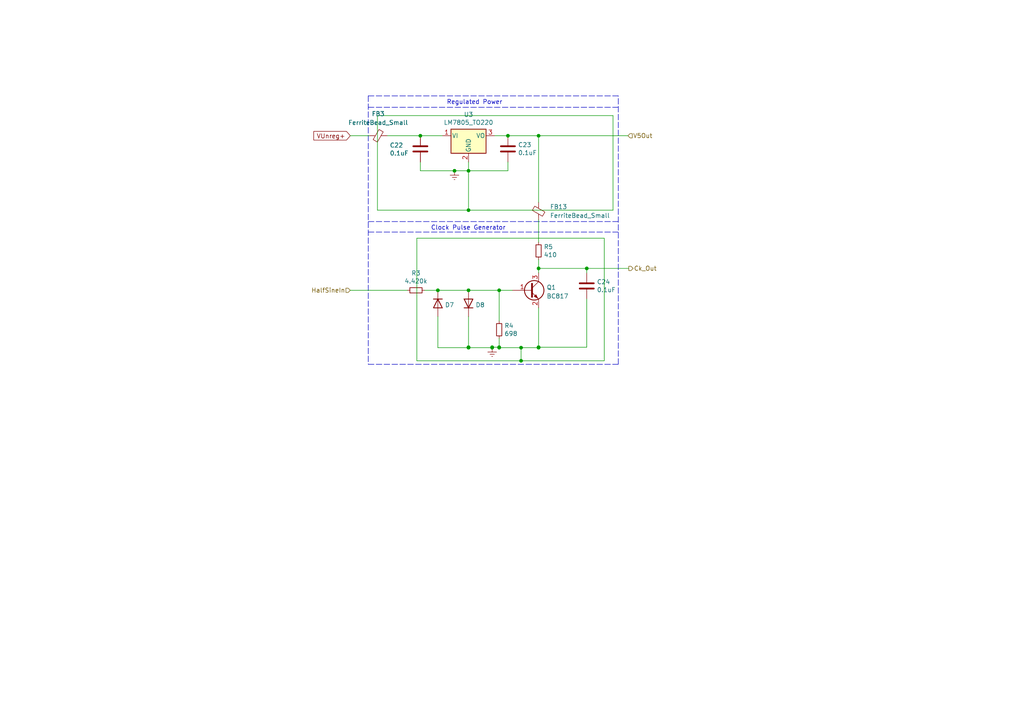
<source format=kicad_sch>
(kicad_sch (version 20211123) (generator eeschema)
  (paper "A4")
  (lib_symbols
    (symbol "Device:C" (pin_numbers hide) (pin_names (offset 0.254))
      (property "Reference" "C" (at 0.635 2.54 0))
      (property "Value" "C" (at 0.635 -2.54 0))
      (symbol "C_0_1"
        (polyline (pts (xy -2.032 -0.762) (xy 2.032 -0.762)) (stroke (width 0.508)))
        (polyline (pts (xy -2.032 0.762) (xy 2.032 0.762)) (stroke (width 0.508)))
      )
      (symbol "C_1_1"
        (pin passive line (at 0 3.81 270) (length 2.794) (name "~") (number "1"))
        (pin passive line (at 0 -3.81 90) (length 2.794) (name "~") (number "2"))
      )
    )
    (symbol "Device:FerriteBead_Small" (pin_numbers hide) (pin_names (offset 0))
      (property "Reference" "FB" (at 1.905 1.27 0))
      (property "Value" "FerriteBead_Small" (at 1.905 -1.27 0))
      (symbol "FerriteBead_Small_0_1"
        (polyline (pts (xy 0 -1.27) (xy 0 -0.7874)))
        (polyline (pts (xy 0 0.889) (xy 0 1.2954)))
        (polyline (pts (xy -1.8288 0.2794) (xy -1.1176 1.4986) (xy 1.8288 -0.2032) (xy 1.1176 -1.4224) (xy -1.8288 0.2794)))
      )
      (symbol "FerriteBead_Small_1_1"
        (pin passive line (at 0 2.54 270) (length 1.27) (name "~") (number "1"))
        (pin passive line (at 0 -2.54 90) (length 1.27) (name "~") (number "2"))
      )
    )
    (symbol "Device:R_Small" (pin_numbers hide) (pin_names (offset 0.254) hide)
      (property "Reference" "R" (at 0.762 0.508 0))
      (property "Value" "R_Small" (at 0.762 -1.016 0))
      (symbol "R_Small_0_1"
        (rectangle (start -0.762 1.778) (end 0.762 -1.778) (stroke (width 0.2032)))
      )
      (symbol "R_Small_1_1"
        (pin passive line (at 0 2.54 270) (length 0.762) (name "~") (number "1"))
        (pin passive line (at 0 -2.54 90) (length 0.762) (name "~") (number "2"))
      )
    )
    (symbol "Regulator_Linear:LM7805_TO220" (pin_names (offset 0.254))
      (property "Reference" "U" (at -3.81 3.175 0))
      (property "Value" "LM7805_TO220" (at 0 3.175 0))
      (symbol "LM7805_TO220_0_1"
        (rectangle (start -5.08 1.905) (end 5.08 -5.08) (stroke (width 0.254)) (fill (type background)))
      )
      (symbol "LM7805_TO220_1_1"
        (pin power_in line (at -7.62 0 0) (length 2.54) (name "VI") (number "1"))
        (pin power_in line (at 0 -7.62 90) (length 2.54) (name "GND") (number "2"))
        (pin power_out line (at 7.62 0 180) (length 2.54) (name "VO") (number "3"))
      )
    )
    (symbol "Simulation_SPICE:DIODE" (pin_numbers hide) (pin_names (offset 1.016) hide)
      (property "Reference" "D" (at 0 2.54 0))
      (property "Value" "DIODE" (at 0 -2.54 0))
      (symbol "DIODE_0_1"
        (polyline (pts (xy 1.27 0) (xy -1.27 0)))
        (polyline (pts (xy 1.27 1.27) (xy 1.27 -1.27)) (stroke (width 0.254)))
        (polyline (pts (xy -1.27 -1.27) (xy -1.27 1.27) (xy 1.27 0) (xy -1.27 -1.27)) (stroke (width 0.254)))
      )
      (symbol "DIODE_1_1"
        (pin passive line (at -3.81 0 0) (length 2.54) (name "A") (number "1"))
        (pin passive line (at 3.81 0 180) (length 2.54) (name "K") (number "2"))
      )
    )
    (symbol "Transistor_BJT:BC817" (pin_names (offset 0) hide)
      (property "Reference" "Q" (at 5.08 1.905 0))
      (property "Value" "BC817" (at 5.08 0 0))
      (symbol "BC817_0_1"
        (polyline (pts (xy 0.635 0.635) (xy 2.54 2.54)))
        (polyline (pts (xy 0.635 -0.635) (xy 2.54 -2.54) (xy 2.54 -2.54)))
        (polyline (pts (xy 0.635 1.905) (xy 0.635 -1.905) (xy 0.635 -1.905)) (stroke (width 0.508)))
        (polyline (pts (xy 1.27 -1.778) (xy 1.778 -1.27) (xy 2.286 -2.286) (xy 1.27 -1.778) (xy 1.27 -1.778)) (fill (type outline)))
        (circle (center 1.27 0) (radius 2.8194) (stroke (width 0.254)))
      )
      (symbol "BC817_1_1"
        (pin input line (at -5.08 0 0) (length 5.715) (name "B") (number "1"))
        (pin passive line (at 2.54 -5.08 90) (length 2.54) (name "E") (number "2"))
        (pin passive line (at 2.54 5.08 270) (length 2.54) (name "C") (number "3"))
      )
    )
    (symbol "power:GNDREF" (power) (pin_names (offset 0))
      (property "Value" "GNDREF" (at 0 -3.81 0))
      (symbol "GNDREF_0_1"
        (polyline (pts (xy -0.635 -1.905) (xy 0.635 -1.905)))
        (polyline (pts (xy -0.127 -2.54) (xy 0.127 -2.54)))
        (polyline (pts (xy 0 -1.27) (xy 0 0)))
        (polyline (pts (xy 1.27 -1.27) (xy -1.27 -1.27)))
      )
      (symbol "GNDREF_1_1"
        (pin power_in line (at 0 0 270) (length 0) hide (name "GNDREF") (number "1"))
      )
    )
  )
  (junction (at 144.78 100.711))
  (junction (at 121.92 39.37))
  (junction (at 131.826 49.53))
  (junction (at 135.89 49.53))
  (junction (at 156.21 100.838))
  (junction (at 135.89 84.201))
  (junction (at 142.748 100.711))
  (junction (at 144.78 100.838))
  (junction (at 135.89 100.838))
  (junction (at 170.18 77.851))
  (junction (at 142.748 100.838))
  (junction (at 156.21 39.37))
  (junction (at 151.13 100.838))
  (junction (at 135.89 60.96))
  (junction (at 144.78 84.201))
  (junction (at 135.89 100.711))
  (junction (at 147.32 39.37))
  (junction (at 127 84.201))
  (junction (at 156.21 77.851))
  (junction (at 156.21 100.711))
  (junction (at 151.13 104.648))
  (wire (pts (xy 135.89 46.99) (xy 135.89 49.53)))
  (wire (pts (xy 156.21 77.851) (xy 170.18 77.851)))
  (wire (pts (xy 127 100.838) (xy 135.89 100.838)))
  (wire (pts (xy 142.748 100.711) (xy 144.78 100.711)))
  (wire (pts (xy 135.89 84.201) (xy 144.78 84.201)))
  (wire (pts (xy 144.78 100.838) (xy 151.13 100.838)))
  (polyline (pts (xy 106.807 31.115) (xy 179.324 31.115)))
  (wire (pts (xy 135.89 49.53) (xy 135.89 60.96)))
  (wire (pts (xy 156.21 89.281) (xy 156.21 100.711)))
  (wire (pts (xy 156.21 100.838) (xy 156.21 100.711)))
  (wire (pts (xy 156.21 75.311) (xy 156.21 77.851)))
  (wire (pts (xy 109.474 33.528) (xy 109.474 60.96)))
  (wire (pts (xy 156.21 100.711) (xy 170.18 100.711)))
  (wire (pts (xy 170.18 77.851) (xy 170.18 79.121)))
  (wire (pts (xy 120.904 104.648) (xy 151.13 104.648)))
  (polyline (pts (xy 106.807 27.813) (xy 179.324 27.813)))
  (wire (pts (xy 135.89 100.838) (xy 142.748 100.838)))
  (wire (pts (xy 144.78 84.201) (xy 144.78 93.091)))
  (wire (pts (xy 144.78 98.171) (xy 144.78 100.711)))
  (wire (pts (xy 135.89 100.838) (xy 135.89 100.711)))
  (wire (pts (xy 144.78 84.201) (xy 148.59 84.201)))
  (wire (pts (xy 123.19 84.201) (xy 127 84.201)))
  (polyline (pts (xy 106.807 27.813) (xy 106.807 105.664)))
  (wire (pts (xy 156.21 39.37) (xy 182.118 39.37)))
  (wire (pts (xy 135.89 49.53) (xy 147.32 49.53)))
  (wire (pts (xy 121.92 46.99) (xy 121.92 49.53)))
  (wire (pts (xy 101.6 84.201) (xy 118.11 84.201)))
  (polyline (pts (xy 179.324 105.664) (xy 179.324 27.813)))
  (wire (pts (xy 120.904 69.088) (xy 120.904 104.648)))
  (wire (pts (xy 170.18 86.741) (xy 170.18 100.711)))
  (wire (pts (xy 101.6 39.37) (xy 107.188 39.37)))
  (wire (pts (xy 147.32 39.37) (xy 156.21 39.37)))
  (wire (pts (xy 135.89 91.821) (xy 135.89 100.711)))
  (wire (pts (xy 121.92 39.37) (xy 128.27 39.37)))
  (polyline (pts (xy 106.807 64.262) (xy 179.324 64.262)))
  (wire (pts (xy 147.32 49.53) (xy 147.32 46.99)))
  (wire (pts (xy 156.21 39.37) (xy 156.21 58.674)))
  (wire (pts (xy 135.89 60.96) (xy 177.8 60.96)))
  (polyline (pts (xy 106.807 67.31) (xy 179.324 67.31)))
  (wire (pts (xy 151.13 104.648) (xy 175.26 104.648)))
  (wire (pts (xy 156.21 63.754) (xy 156.21 70.231)))
  (polyline (pts (xy 106.807 105.664) (xy 179.324 105.664)))
  (wire (pts (xy 121.92 49.53) (xy 131.826 49.53)))
  (wire (pts (xy 143.51 39.37) (xy 147.32 39.37)))
  (wire (pts (xy 120.904 69.088) (xy 175.26 69.088)))
  (wire (pts (xy 112.268 39.37) (xy 121.92 39.37)))
  (wire (pts (xy 151.13 100.838) (xy 156.21 100.838)))
  (wire (pts (xy 109.474 60.96) (xy 135.89 60.96)))
  (wire (pts (xy 177.8 33.528) (xy 177.8 60.96)))
  (wire (pts (xy 175.26 69.088) (xy 175.26 104.648)))
  (wire (pts (xy 170.18 77.851) (xy 182.372 77.851)))
  (wire (pts (xy 131.826 49.53) (xy 135.89 49.53)))
  (wire (pts (xy 142.748 100.838) (xy 142.748 100.711)))
  (wire (pts (xy 156.21 77.851) (xy 156.21 79.121)))
  (wire (pts (xy 127 84.201) (xy 135.89 84.201)))
  (wire (pts (xy 127 91.821) (xy 127 100.838)))
  (wire (pts (xy 144.78 100.838) (xy 144.78 100.711)))
  (wire (pts (xy 109.474 33.528) (xy 177.8 33.528)))
  (wire (pts (xy 151.13 100.838) (xy 151.13 104.648)))
  (text "Clock Pulse Generator" (at 124.968 66.929 0) (effects (font (size 1.27 1.27)) (justify left bottom)))
  (text "Regulated Power" (at 129.54 30.48 0) (effects (font (size 1.27 1.27)) (justify left bottom)))
  (global_label "VUnreg+" (shape input) (at 101.6 39.37 180) (property "Intersheet References" "${INTERSHEET_REFS}" (at 91.1115 39.2906 0) (effects (justify right))))
  (hierarchical_label "Ck_Out" (shape output) (at 182.372 77.851 0))
  (hierarchical_label "V5Out" (shape input) (at 182.118 39.37 0))
  (hierarchical_label "HalfSineIn" (shape input) (at 101.6 84.201 180))
  (symbol (lib_id "Device:FerriteBead_Small") (at 109.728 39.37 90) (unit 1)
    (property "Reference" "FB3" (at 109.6899 33.02 90))
    (property "Value" "FerriteBead_Small" (at 109.6899 35.56 90))
    (property "Footprint" "Inductor_SMD:L_0603_1608Metric" (effects hide))
  )
  (symbol (lib_id "Device:FerriteBead_Small") (at 156.21 61.214 180) (unit 1)
    (property "Reference" "FB13" (at 159.512 59.982 0) (effects (justify right)))
    (property "Value" "FerriteBead_Small" (at 159.512 62.522 0) (effects (justify right)))
    (property "Footprint" "Inductor_SMD:L_0603_1608Metric" (effects hide))
  )
  (symbol (lib_id "Device:C") (at 170.18 82.931 0) (unit 1)
    (property "Reference" "C24" (at 173.101 81.7626 0) (effects (justify left)))
    (property "Value" "0.1uF" (at 173.101 84.074 0) (effects (justify left)))
    (property "Footprint" "Capacitor_SMD:C_0603_1608Metric" (effects hide))
  )
  (symbol (lib_id "Device:C") (at 121.92 43.18 0) (unit 1)
    (property "Reference" "C22" (at 113.03 42.1386 0) (effects (justify left)))
    (property "Value" "0.1uF" (at 113.03 44.45 0) (effects (justify left)))
    (property "Footprint" "Capacitor_SMD:C_0603_1608Metric" (effects hide))
  )
  (symbol (lib_id "Simulation_SPICE:DIODE") (at 135.89 88.011 270) (unit 1)
    (property "Reference" "D8" (at 137.922 88.4448 90) (effects (justify left)))
    (property "Value" "S1K-13-F" (effects hide))
    (property "Footprint" "Diode_SMD:D_SMA" (effects hide))
    (property "Spice_Netlist_Enabled" "Y" (effects hide))
    (property "Spice_Primitive" "D" (effects hide))
  )
  (symbol (lib_id "Device:R_Small") (at 156.21 72.771 0) (unit 1)
    (property "Reference" "R5" (at 157.7086 71.6026 0) (effects (justify left)))
    (property "Value" "410" (at 157.7086 73.914 0) (effects (justify left)))
    (property "Footprint" "Resistor_SMD:R_0603_1608Metric" (effects hide))
    (property "Description" "402z" (effects hide))
  )
  (symbol (lib_id "Transistor_BJT:BC817") (at 153.67 84.201 0) (unit 1)
    (property "Reference" "Q1" (at 158.5214 83.3663 0) (effects (justify left)))
    (property "Value" "BC817" (at 158.5214 85.9032 0) (effects (justify left)))
    (property "Footprint" "Package_TO_SOT_SMD:SOT-23" (effects hide))
    (property "Datasheet" "https://www.onsemi.com/pub/Collateral/BC818-D.pdf" (effects hide))
  )
  (symbol (lib_id "power:GNDREF") (at 131.826 49.53 0) (unit 1)
    (property "Reference" "#PWR025" (effects hide))
    (property "Value" "GNDREF" (effects hide))
  )
  (symbol (lib_id "Device:C") (at 147.32 43.18 0) (unit 1)
    (property "Reference" "C23" (at 150.241 42.0116 0) (effects (justify left)))
    (property "Value" "0.1uF" (at 150.241 44.323 0) (effects (justify left)))
    (property "Footprint" "Capacitor_SMD:C_0603_1608Metric" (effects hide))
  )
  (symbol (lib_id "Device:R_Small") (at 144.78 95.631 0) (unit 1)
    (property "Reference" "R4" (at 146.2786 94.4626 0) (effects (justify left)))
    (property "Value" "698" (at 146.2786 96.774 0) (effects (justify left)))
    (property "Footprint" "Resistor_SMD:R_0603_1608Metric" (effects hide))
  )
  (symbol (lib_id "Regulator_Linear:LM7805_TO220") (at 135.89 39.37 0) (unit 1)
    (property "Reference" "U3" (at 135.89 33.2232 0))
    (property "Value" "LM7805_TO220" (at 135.89 35.5346 0))
    (property "Footprint" "Package_TO_SOT_SMD:SOT-223-3_TabPin2" (effects hide))
    (property "Datasheet" "https://www.onsemi.cn/PowerSolutions/document/MC7800-D.PDF" (effects hide))
  )
  (symbol (lib_id "Device:R_Small") (at 120.65 84.201 270) (unit 1)
    (property "Reference" "R3" (at 120.65 79.2226 90))
    (property "Value" "4.420k" (at 120.65 81.534 90))
    (property "Footprint" "Resistor_SMD:R_0603_1608Metric" (effects hide))
  )
  (symbol (lib_id "power:GNDREF") (at 142.748 100.838 0) (unit 1)
    (property "Reference" "#PWR026" (effects hide))
    (property "Value" "GNDREF" (effects hide))
  )
  (symbol (lib_id "Simulation_SPICE:DIODE") (at 127 88.011 90) (unit 1)
    (property "Reference" "D7" (at 129.032 88.4448 90) (effects (justify right)))
    (property "Value" "S1K-13-F" (effects hide))
    (property "Footprint" "Diode_SMD:D_SMA" (effects hide))
    (property "Spice_Netlist_Enabled" "Y" (effects hide))
    (property "Spice_Primitive" "D" (effects hide))
  )
)
</source>
